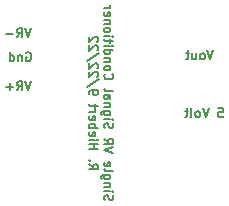
<source format=gbr>
%TF.GenerationSoftware,KiCad,Pcbnew,(5.1.6)-1*%
%TF.CreationDate,2022-09-30T16:18:59-07:00*%
%TF.ProjectId,Single VR Conditioner,53696e67-6c65-4205-9652-20436f6e6469,rev?*%
%TF.SameCoordinates,Original*%
%TF.FileFunction,Legend,Bot*%
%TF.FilePolarity,Positive*%
%FSLAX46Y46*%
G04 Gerber Fmt 4.6, Leading zero omitted, Abs format (unit mm)*
G04 Created by KiCad (PCBNEW (5.1.6)-1) date 2022-09-30 16:18:59*
%MOMM*%
%LPD*%
G01*
G04 APERTURE LIST*
%ADD10C,0.127000*%
G04 APERTURE END LIST*
D10*
X132536474Y-86115434D02*
X132282474Y-86877434D01*
X132028474Y-86115434D01*
X131339045Y-86877434D02*
X131593045Y-86514577D01*
X131774474Y-86877434D02*
X131774474Y-86115434D01*
X131484188Y-86115434D01*
X131411617Y-86151720D01*
X131375331Y-86188005D01*
X131339045Y-86260577D01*
X131339045Y-86369434D01*
X131375331Y-86442005D01*
X131411617Y-86478291D01*
X131484188Y-86514577D01*
X131774474Y-86514577D01*
X131012474Y-86587148D02*
X130431902Y-86587148D01*
X132122817Y-88160860D02*
X132195388Y-88124574D01*
X132304245Y-88124574D01*
X132413102Y-88160860D01*
X132485674Y-88233431D01*
X132521960Y-88306002D01*
X132558245Y-88451145D01*
X132558245Y-88560002D01*
X132521960Y-88705145D01*
X132485674Y-88777717D01*
X132413102Y-88850288D01*
X132304245Y-88886574D01*
X132231674Y-88886574D01*
X132122817Y-88850288D01*
X132086531Y-88814002D01*
X132086531Y-88560002D01*
X132231674Y-88560002D01*
X131759960Y-88378574D02*
X131759960Y-88886574D01*
X131759960Y-88451145D02*
X131723674Y-88414860D01*
X131651102Y-88378574D01*
X131542245Y-88378574D01*
X131469674Y-88414860D01*
X131433388Y-88487431D01*
X131433388Y-88886574D01*
X130743960Y-88886574D02*
X130743960Y-88124574D01*
X130743960Y-88850288D02*
X130816531Y-88886574D01*
X130961674Y-88886574D01*
X131034245Y-88850288D01*
X131070531Y-88814002D01*
X131106817Y-88741431D01*
X131106817Y-88523717D01*
X131070531Y-88451145D01*
X131034245Y-88414860D01*
X130961674Y-88378574D01*
X130816531Y-88378574D01*
X130743960Y-88414860D01*
X132536474Y-90580754D02*
X132282474Y-91342754D01*
X132028474Y-90580754D01*
X131339045Y-91342754D02*
X131593045Y-90979897D01*
X131774474Y-91342754D02*
X131774474Y-90580754D01*
X131484188Y-90580754D01*
X131411617Y-90617040D01*
X131375331Y-90653325D01*
X131339045Y-90725897D01*
X131339045Y-90834754D01*
X131375331Y-90907325D01*
X131411617Y-90943611D01*
X131484188Y-90979897D01*
X131774474Y-90979897D01*
X131012474Y-91052468D02*
X130431902Y-91052468D01*
X130722188Y-91342754D02*
X130722188Y-90762182D01*
X147957902Y-87982334D02*
X147703902Y-88744334D01*
X147449902Y-87982334D01*
X147087045Y-88744334D02*
X147159617Y-88708048D01*
X147195902Y-88671762D01*
X147232188Y-88599191D01*
X147232188Y-88381477D01*
X147195902Y-88308905D01*
X147159617Y-88272620D01*
X147087045Y-88236334D01*
X146978188Y-88236334D01*
X146905617Y-88272620D01*
X146869331Y-88308905D01*
X146833045Y-88381477D01*
X146833045Y-88599191D01*
X146869331Y-88671762D01*
X146905617Y-88708048D01*
X146978188Y-88744334D01*
X147087045Y-88744334D01*
X146179902Y-88236334D02*
X146179902Y-88744334D01*
X146506474Y-88236334D02*
X146506474Y-88635477D01*
X146470188Y-88708048D01*
X146397617Y-88744334D01*
X146288760Y-88744334D01*
X146216188Y-88708048D01*
X146179902Y-88671762D01*
X145925902Y-88236334D02*
X145635617Y-88236334D01*
X145817045Y-87982334D02*
X145817045Y-88635477D01*
X145780760Y-88708048D01*
X145708188Y-88744334D01*
X145635617Y-88744334D01*
X148398048Y-92871834D02*
X148760905Y-92871834D01*
X148797191Y-93234691D01*
X148760905Y-93198405D01*
X148688334Y-93162120D01*
X148506905Y-93162120D01*
X148434334Y-93198405D01*
X148398048Y-93234691D01*
X148361762Y-93307262D01*
X148361762Y-93488691D01*
X148398048Y-93561262D01*
X148434334Y-93597548D01*
X148506905Y-93633834D01*
X148688334Y-93633834D01*
X148760905Y-93597548D01*
X148797191Y-93561262D01*
X147563477Y-92871834D02*
X147309477Y-93633834D01*
X147055477Y-92871834D01*
X146692620Y-93633834D02*
X146765191Y-93597548D01*
X146801477Y-93561262D01*
X146837762Y-93488691D01*
X146837762Y-93270977D01*
X146801477Y-93198405D01*
X146765191Y-93162120D01*
X146692620Y-93125834D01*
X146583762Y-93125834D01*
X146511191Y-93162120D01*
X146474905Y-93198405D01*
X146438620Y-93270977D01*
X146438620Y-93488691D01*
X146474905Y-93561262D01*
X146511191Y-93597548D01*
X146583762Y-93633834D01*
X146692620Y-93633834D01*
X146003191Y-93633834D02*
X146075762Y-93597548D01*
X146112048Y-93524977D01*
X146112048Y-92871834D01*
X145821762Y-93125834D02*
X145531477Y-93125834D01*
X145712905Y-92871834D02*
X145712905Y-93524977D01*
X145676620Y-93597548D01*
X145604048Y-93633834D01*
X145531477Y-93633834D01*
X138756571Y-100674714D02*
X138720285Y-100565857D01*
X138720285Y-100384428D01*
X138756571Y-100311857D01*
X138792857Y-100275571D01*
X138865428Y-100239285D01*
X138938000Y-100239285D01*
X139010571Y-100275571D01*
X139046857Y-100311857D01*
X139083142Y-100384428D01*
X139119428Y-100529571D01*
X139155714Y-100602142D01*
X139192000Y-100638428D01*
X139264571Y-100674714D01*
X139337142Y-100674714D01*
X139409714Y-100638428D01*
X139446000Y-100602142D01*
X139482285Y-100529571D01*
X139482285Y-100348142D01*
X139446000Y-100239285D01*
X138720285Y-99912714D02*
X139228285Y-99912714D01*
X139482285Y-99912714D02*
X139446000Y-99949000D01*
X139409714Y-99912714D01*
X139446000Y-99876428D01*
X139482285Y-99912714D01*
X139409714Y-99912714D01*
X139228285Y-99549857D02*
X138720285Y-99549857D01*
X139155714Y-99549857D02*
X139192000Y-99513571D01*
X139228285Y-99441000D01*
X139228285Y-99332142D01*
X139192000Y-99259571D01*
X139119428Y-99223285D01*
X138720285Y-99223285D01*
X139228285Y-98533857D02*
X138611428Y-98533857D01*
X138538857Y-98570142D01*
X138502571Y-98606428D01*
X138466285Y-98679000D01*
X138466285Y-98787857D01*
X138502571Y-98860428D01*
X138756571Y-98533857D02*
X138720285Y-98606428D01*
X138720285Y-98751571D01*
X138756571Y-98824142D01*
X138792857Y-98860428D01*
X138865428Y-98896714D01*
X139083142Y-98896714D01*
X139155714Y-98860428D01*
X139192000Y-98824142D01*
X139228285Y-98751571D01*
X139228285Y-98606428D01*
X139192000Y-98533857D01*
X138720285Y-98062142D02*
X138756571Y-98134714D01*
X138829142Y-98171000D01*
X139482285Y-98171000D01*
X138756571Y-97481571D02*
X138720285Y-97554142D01*
X138720285Y-97699285D01*
X138756571Y-97771857D01*
X138829142Y-97808142D01*
X139119428Y-97808142D01*
X139192000Y-97771857D01*
X139228285Y-97699285D01*
X139228285Y-97554142D01*
X139192000Y-97481571D01*
X139119428Y-97445285D01*
X139046857Y-97445285D01*
X138974285Y-97808142D01*
X139482285Y-96647000D02*
X138720285Y-96393000D01*
X139482285Y-96139000D01*
X138720285Y-95449571D02*
X139083142Y-95703571D01*
X138720285Y-95885000D02*
X139482285Y-95885000D01*
X139482285Y-95594714D01*
X139446000Y-95522142D01*
X139409714Y-95485857D01*
X139337142Y-95449571D01*
X139228285Y-95449571D01*
X139155714Y-95485857D01*
X139119428Y-95522142D01*
X139083142Y-95594714D01*
X139083142Y-95885000D01*
X138756571Y-94578714D02*
X138720285Y-94469857D01*
X138720285Y-94288428D01*
X138756571Y-94215857D01*
X138792857Y-94179571D01*
X138865428Y-94143285D01*
X138938000Y-94143285D01*
X139010571Y-94179571D01*
X139046857Y-94215857D01*
X139083142Y-94288428D01*
X139119428Y-94433571D01*
X139155714Y-94506142D01*
X139192000Y-94542428D01*
X139264571Y-94578714D01*
X139337142Y-94578714D01*
X139409714Y-94542428D01*
X139446000Y-94506142D01*
X139482285Y-94433571D01*
X139482285Y-94252142D01*
X139446000Y-94143285D01*
X138720285Y-93816714D02*
X139228285Y-93816714D01*
X139482285Y-93816714D02*
X139446000Y-93853000D01*
X139409714Y-93816714D01*
X139446000Y-93780428D01*
X139482285Y-93816714D01*
X139409714Y-93816714D01*
X139228285Y-93127285D02*
X138611428Y-93127285D01*
X138538857Y-93163571D01*
X138502571Y-93199857D01*
X138466285Y-93272428D01*
X138466285Y-93381285D01*
X138502571Y-93453857D01*
X138756571Y-93127285D02*
X138720285Y-93199857D01*
X138720285Y-93345000D01*
X138756571Y-93417571D01*
X138792857Y-93453857D01*
X138865428Y-93490142D01*
X139083142Y-93490142D01*
X139155714Y-93453857D01*
X139192000Y-93417571D01*
X139228285Y-93345000D01*
X139228285Y-93199857D01*
X139192000Y-93127285D01*
X139228285Y-92764428D02*
X138720285Y-92764428D01*
X139155714Y-92764428D02*
X139192000Y-92728142D01*
X139228285Y-92655571D01*
X139228285Y-92546714D01*
X139192000Y-92474142D01*
X139119428Y-92437857D01*
X138720285Y-92437857D01*
X138720285Y-91748428D02*
X139119428Y-91748428D01*
X139192000Y-91784714D01*
X139228285Y-91857285D01*
X139228285Y-92002428D01*
X139192000Y-92075000D01*
X138756571Y-91748428D02*
X138720285Y-91821000D01*
X138720285Y-92002428D01*
X138756571Y-92075000D01*
X138829142Y-92111285D01*
X138901714Y-92111285D01*
X138974285Y-92075000D01*
X139010571Y-92002428D01*
X139010571Y-91821000D01*
X139046857Y-91748428D01*
X138720285Y-91276714D02*
X138756571Y-91349285D01*
X138829142Y-91385571D01*
X139482285Y-91385571D01*
X138792857Y-89970428D02*
X138756571Y-90006714D01*
X138720285Y-90115571D01*
X138720285Y-90188142D01*
X138756571Y-90297000D01*
X138829142Y-90369571D01*
X138901714Y-90405857D01*
X139046857Y-90442142D01*
X139155714Y-90442142D01*
X139300857Y-90405857D01*
X139373428Y-90369571D01*
X139446000Y-90297000D01*
X139482285Y-90188142D01*
X139482285Y-90115571D01*
X139446000Y-90006714D01*
X139409714Y-89970428D01*
X138720285Y-89535000D02*
X138756571Y-89607571D01*
X138792857Y-89643857D01*
X138865428Y-89680142D01*
X139083142Y-89680142D01*
X139155714Y-89643857D01*
X139192000Y-89607571D01*
X139228285Y-89535000D01*
X139228285Y-89426142D01*
X139192000Y-89353571D01*
X139155714Y-89317285D01*
X139083142Y-89281000D01*
X138865428Y-89281000D01*
X138792857Y-89317285D01*
X138756571Y-89353571D01*
X138720285Y-89426142D01*
X138720285Y-89535000D01*
X139228285Y-88954428D02*
X138720285Y-88954428D01*
X139155714Y-88954428D02*
X139192000Y-88918142D01*
X139228285Y-88845571D01*
X139228285Y-88736714D01*
X139192000Y-88664142D01*
X139119428Y-88627857D01*
X138720285Y-88627857D01*
X138720285Y-87938428D02*
X139482285Y-87938428D01*
X138756571Y-87938428D02*
X138720285Y-88011000D01*
X138720285Y-88156142D01*
X138756571Y-88228714D01*
X138792857Y-88265000D01*
X138865428Y-88301285D01*
X139083142Y-88301285D01*
X139155714Y-88265000D01*
X139192000Y-88228714D01*
X139228285Y-88156142D01*
X139228285Y-88011000D01*
X139192000Y-87938428D01*
X138720285Y-87575571D02*
X139228285Y-87575571D01*
X139482285Y-87575571D02*
X139446000Y-87611857D01*
X139409714Y-87575571D01*
X139446000Y-87539285D01*
X139482285Y-87575571D01*
X139409714Y-87575571D01*
X139228285Y-87321571D02*
X139228285Y-87031285D01*
X139482285Y-87212714D02*
X138829142Y-87212714D01*
X138756571Y-87176428D01*
X138720285Y-87103857D01*
X138720285Y-87031285D01*
X138720285Y-86777285D02*
X139228285Y-86777285D01*
X139482285Y-86777285D02*
X139446000Y-86813571D01*
X139409714Y-86777285D01*
X139446000Y-86741000D01*
X139482285Y-86777285D01*
X139409714Y-86777285D01*
X138720285Y-86305571D02*
X138756571Y-86378142D01*
X138792857Y-86414428D01*
X138865428Y-86450714D01*
X139083142Y-86450714D01*
X139155714Y-86414428D01*
X139192000Y-86378142D01*
X139228285Y-86305571D01*
X139228285Y-86196714D01*
X139192000Y-86124142D01*
X139155714Y-86087857D01*
X139083142Y-86051571D01*
X138865428Y-86051571D01*
X138792857Y-86087857D01*
X138756571Y-86124142D01*
X138720285Y-86196714D01*
X138720285Y-86305571D01*
X139228285Y-85725000D02*
X138720285Y-85725000D01*
X139155714Y-85725000D02*
X139192000Y-85688714D01*
X139228285Y-85616142D01*
X139228285Y-85507285D01*
X139192000Y-85434714D01*
X139119428Y-85398428D01*
X138720285Y-85398428D01*
X138756571Y-84745285D02*
X138720285Y-84817857D01*
X138720285Y-84963000D01*
X138756571Y-85035571D01*
X138829142Y-85071857D01*
X139119428Y-85071857D01*
X139192000Y-85035571D01*
X139228285Y-84963000D01*
X139228285Y-84817857D01*
X139192000Y-84745285D01*
X139119428Y-84709000D01*
X139046857Y-84709000D01*
X138974285Y-85071857D01*
X138720285Y-84382428D02*
X139228285Y-84382428D01*
X139083142Y-84382428D02*
X139155714Y-84346142D01*
X139192000Y-84309857D01*
X139228285Y-84237285D01*
X139228285Y-84164714D01*
X137450285Y-97626714D02*
X137813142Y-97880714D01*
X137450285Y-98062142D02*
X138212285Y-98062142D01*
X138212285Y-97771857D01*
X138176000Y-97699285D01*
X138139714Y-97663000D01*
X138067142Y-97626714D01*
X137958285Y-97626714D01*
X137885714Y-97663000D01*
X137849428Y-97699285D01*
X137813142Y-97771857D01*
X137813142Y-98062142D01*
X137522857Y-97300142D02*
X137486571Y-97263857D01*
X137450285Y-97300142D01*
X137486571Y-97336428D01*
X137522857Y-97300142D01*
X137450285Y-97300142D01*
X137450285Y-96356714D02*
X138212285Y-96356714D01*
X137849428Y-96356714D02*
X137849428Y-95921285D01*
X137450285Y-95921285D02*
X138212285Y-95921285D01*
X137450285Y-95558428D02*
X137958285Y-95558428D01*
X138212285Y-95558428D02*
X138176000Y-95594714D01*
X138139714Y-95558428D01*
X138176000Y-95522142D01*
X138212285Y-95558428D01*
X138139714Y-95558428D01*
X137486571Y-94905285D02*
X137450285Y-94977857D01*
X137450285Y-95123000D01*
X137486571Y-95195571D01*
X137559142Y-95231857D01*
X137849428Y-95231857D01*
X137922000Y-95195571D01*
X137958285Y-95123000D01*
X137958285Y-94977857D01*
X137922000Y-94905285D01*
X137849428Y-94869000D01*
X137776857Y-94869000D01*
X137704285Y-95231857D01*
X137450285Y-94542428D02*
X138212285Y-94542428D01*
X137922000Y-94542428D02*
X137958285Y-94469857D01*
X137958285Y-94324714D01*
X137922000Y-94252142D01*
X137885714Y-94215857D01*
X137813142Y-94179571D01*
X137595428Y-94179571D01*
X137522857Y-94215857D01*
X137486571Y-94252142D01*
X137450285Y-94324714D01*
X137450285Y-94469857D01*
X137486571Y-94542428D01*
X137486571Y-93562714D02*
X137450285Y-93635285D01*
X137450285Y-93780428D01*
X137486571Y-93853000D01*
X137559142Y-93889285D01*
X137849428Y-93889285D01*
X137922000Y-93853000D01*
X137958285Y-93780428D01*
X137958285Y-93635285D01*
X137922000Y-93562714D01*
X137849428Y-93526428D01*
X137776857Y-93526428D01*
X137704285Y-93889285D01*
X137450285Y-93199857D02*
X137958285Y-93199857D01*
X137813142Y-93199857D02*
X137885714Y-93163571D01*
X137922000Y-93127285D01*
X137958285Y-93054714D01*
X137958285Y-92982142D01*
X137958285Y-92837000D02*
X137958285Y-92546714D01*
X138212285Y-92728142D02*
X137559142Y-92728142D01*
X137486571Y-92691857D01*
X137450285Y-92619285D01*
X137450285Y-92546714D01*
X137450285Y-91675857D02*
X137450285Y-91530714D01*
X137486571Y-91458142D01*
X137522857Y-91421857D01*
X137631714Y-91349285D01*
X137776857Y-91313000D01*
X138067142Y-91313000D01*
X138139714Y-91349285D01*
X138176000Y-91385571D01*
X138212285Y-91458142D01*
X138212285Y-91603285D01*
X138176000Y-91675857D01*
X138139714Y-91712142D01*
X138067142Y-91748428D01*
X137885714Y-91748428D01*
X137813142Y-91712142D01*
X137776857Y-91675857D01*
X137740571Y-91603285D01*
X137740571Y-91458142D01*
X137776857Y-91385571D01*
X137813142Y-91349285D01*
X137885714Y-91313000D01*
X138248571Y-90442142D02*
X137268857Y-91095285D01*
X138139714Y-90224428D02*
X138176000Y-90188142D01*
X138212285Y-90115571D01*
X138212285Y-89934142D01*
X138176000Y-89861571D01*
X138139714Y-89825285D01*
X138067142Y-89789000D01*
X137994571Y-89789000D01*
X137885714Y-89825285D01*
X137450285Y-90260714D01*
X137450285Y-89789000D01*
X138139714Y-89498714D02*
X138176000Y-89462428D01*
X138212285Y-89389857D01*
X138212285Y-89208428D01*
X138176000Y-89135857D01*
X138139714Y-89099571D01*
X138067142Y-89063285D01*
X137994571Y-89063285D01*
X137885714Y-89099571D01*
X137450285Y-89535000D01*
X137450285Y-89063285D01*
X138248571Y-88192428D02*
X137268857Y-88845571D01*
X138139714Y-87974714D02*
X138176000Y-87938428D01*
X138212285Y-87865857D01*
X138212285Y-87684428D01*
X138176000Y-87611857D01*
X138139714Y-87575571D01*
X138067142Y-87539285D01*
X137994571Y-87539285D01*
X137885714Y-87575571D01*
X137450285Y-88011000D01*
X137450285Y-87539285D01*
X138139714Y-87249000D02*
X138176000Y-87212714D01*
X138212285Y-87140142D01*
X138212285Y-86958714D01*
X138176000Y-86886142D01*
X138139714Y-86849857D01*
X138067142Y-86813571D01*
X137994571Y-86813571D01*
X137885714Y-86849857D01*
X137450285Y-87285285D01*
X137450285Y-86813571D01*
M02*

</source>
